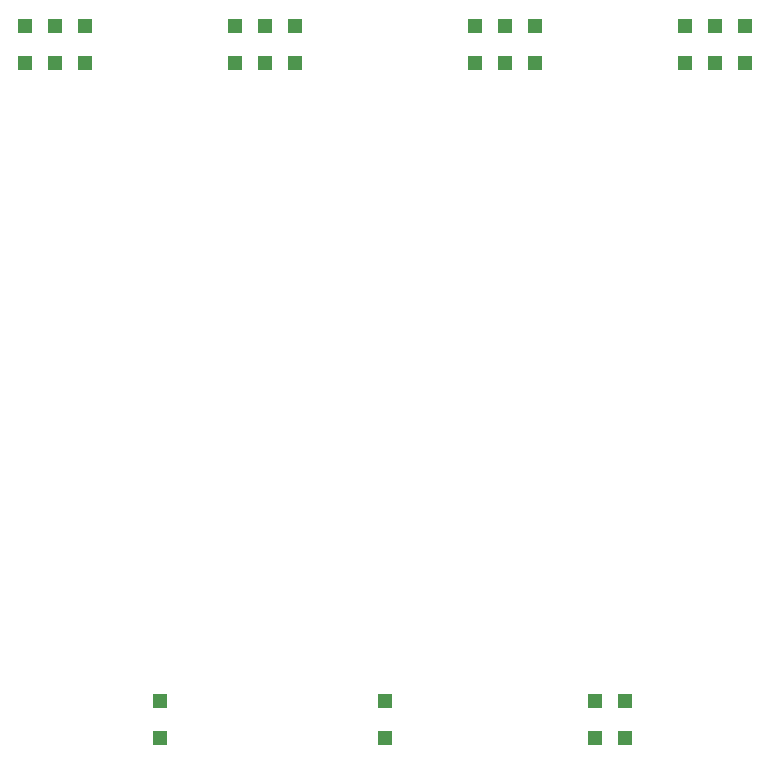
<source format=gbr>
G04 #@! TF.GenerationSoftware,KiCad,Pcbnew,(5.0.0)*
G04 #@! TF.CreationDate,2020-05-09T15:13:36-06:00*
G04 #@! TF.ProjectId,4x4_backpack,3478345F6261636B7061636B2E6B6963,rev?*
G04 #@! TF.SameCoordinates,Original*
G04 #@! TF.FileFunction,Paste,Top*
G04 #@! TF.FilePolarity,Positive*
%FSLAX46Y46*%
G04 Gerber Fmt 4.6, Leading zero omitted, Abs format (unit mm)*
G04 Created by KiCad (PCBNEW (5.0.0)) date 05/09/20 15:13:36*
%MOMM*%
%LPD*%
G01*
G04 APERTURE LIST*
%ADD10R,1.200000X1.200000*%
G04 APERTURE END LIST*
D10*
G04 #@! TO.C,D16*
X134620000Y-141935000D03*
X134620000Y-145085000D03*
G04 #@! TD*
G04 #@! TO.C,D2*
X104140000Y-84785000D03*
X104140000Y-87935000D03*
G04 #@! TD*
G04 #@! TO.C,D1*
X86360000Y-84785000D03*
X86360000Y-87935000D03*
G04 #@! TD*
G04 #@! TO.C,D3*
X124460000Y-87935000D03*
X124460000Y-84785000D03*
G04 #@! TD*
G04 #@! TO.C,D4*
X142240000Y-87935000D03*
X142240000Y-84785000D03*
G04 #@! TD*
G04 #@! TO.C,D5*
X88900000Y-84785000D03*
X88900000Y-87935000D03*
G04 #@! TD*
G04 #@! TO.C,D6*
X106680000Y-87935000D03*
X106680000Y-84785000D03*
G04 #@! TD*
G04 #@! TO.C,D7*
X127000000Y-84785000D03*
X127000000Y-87935000D03*
G04 #@! TD*
G04 #@! TO.C,D8*
X144780000Y-87935000D03*
X144780000Y-84785000D03*
G04 #@! TD*
G04 #@! TO.C,D9*
X83820000Y-87935000D03*
X83820000Y-84785000D03*
G04 #@! TD*
G04 #@! TO.C,D10*
X101600000Y-84785000D03*
X101600000Y-87935000D03*
G04 #@! TD*
G04 #@! TO.C,D11*
X121920000Y-87935000D03*
X121920000Y-84785000D03*
G04 #@! TD*
G04 #@! TO.C,D12*
X139700000Y-84785000D03*
X139700000Y-87935000D03*
G04 #@! TD*
G04 #@! TO.C,D13*
X95250000Y-141935000D03*
X95250000Y-145085000D03*
G04 #@! TD*
G04 #@! TO.C,D14*
X114300000Y-145085000D03*
X114300000Y-141935000D03*
G04 #@! TD*
G04 #@! TO.C,D15*
X132080000Y-145085000D03*
X132080000Y-141935000D03*
G04 #@! TD*
M02*

</source>
